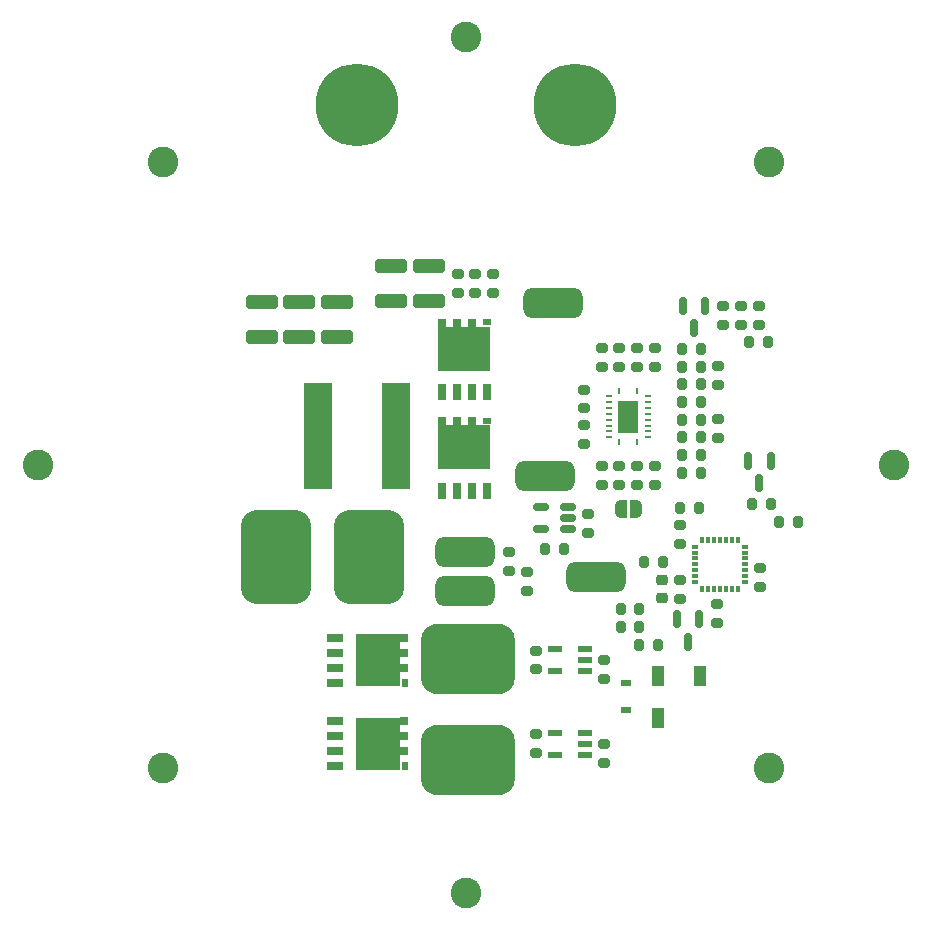
<source format=gts>
G04 #@! TF.GenerationSoftware,KiCad,Pcbnew,8.0.4*
G04 #@! TF.CreationDate,2025-04-17T01:05:08+02:00*
G04 #@! TF.ProjectId,buck_mcu_stage,6275636b-5f6d-4637-955f-73746167652e,rev?*
G04 #@! TF.SameCoordinates,Original*
G04 #@! TF.FileFunction,Soldermask,Top*
G04 #@! TF.FilePolarity,Negative*
%FSLAX46Y46*%
G04 Gerber Fmt 4.6, Leading zero omitted, Abs format (unit mm)*
G04 Created by KiCad (PCBNEW 8.0.4) date 2025-04-17 01:05:08*
%MOMM*%
%LPD*%
G01*
G04 APERTURE LIST*
G04 Aperture macros list*
%AMRoundRect*
0 Rectangle with rounded corners*
0 $1 Rounding radius*
0 $2 $3 $4 $5 $6 $7 $8 $9 X,Y pos of 4 corners*
0 Add a 4 corners polygon primitive as box body*
4,1,4,$2,$3,$4,$5,$6,$7,$8,$9,$2,$3,0*
0 Add four circle primitives for the rounded corners*
1,1,$1+$1,$2,$3*
1,1,$1+$1,$4,$5*
1,1,$1+$1,$6,$7*
1,1,$1+$1,$8,$9*
0 Add four rect primitives between the rounded corners*
20,1,$1+$1,$2,$3,$4,$5,0*
20,1,$1+$1,$4,$5,$6,$7,0*
20,1,$1+$1,$6,$7,$8,$9,0*
20,1,$1+$1,$8,$9,$2,$3,0*%
%AMFreePoly0*
4,1,19,0.500000,-0.750000,0.000000,-0.750000,0.000000,-0.744911,-0.071157,-0.744911,-0.207708,-0.704816,-0.327430,-0.627875,-0.420627,-0.520320,-0.479746,-0.390866,-0.500000,-0.250000,-0.500000,0.250000,-0.479746,0.390866,-0.420627,0.520320,-0.327430,0.627875,-0.207708,0.704816,-0.071157,0.744911,0.000000,0.744911,0.000000,0.750000,0.500000,0.750000,0.500000,-0.750000,0.500000,-0.750000,
$1*%
%AMFreePoly1*
4,1,19,0.000000,0.744911,0.071157,0.744911,0.207708,0.704816,0.327430,0.627875,0.420627,0.520320,0.479746,0.390866,0.500000,0.250000,0.500000,-0.250000,0.479746,-0.390866,0.420627,-0.520320,0.327430,-0.627875,0.207708,-0.704816,0.071157,-0.744911,0.000000,-0.744911,0.000000,-0.750000,-0.500000,-0.750000,-0.500000,0.750000,0.000000,0.750000,0.000000,0.744911,0.000000,0.744911,
$1*%
G04 Aperture macros list end*
%ADD10RoundRect,0.200000X-0.275000X0.200000X-0.275000X-0.200000X0.275000X-0.200000X0.275000X0.200000X0*%
%ADD11RoundRect,0.150000X-0.150000X0.587500X-0.150000X-0.587500X0.150000X-0.587500X0.150000X0.587500X0*%
%ADD12R,1.372000X0.710000*%
%ADD13R,0.595000X0.710000*%
%ADD14R,0.656000X0.710000*%
%ADD15R,3.850000X4.520000*%
%ADD16RoundRect,1.500000X2.500000X-1.500000X2.500000X1.500000X-2.500000X1.500000X-2.500000X-1.500000X0*%
%ADD17RoundRect,0.200000X0.275000X-0.200000X0.275000X0.200000X-0.275000X0.200000X-0.275000X-0.200000X0*%
%ADD18C,7.000000*%
%ADD19RoundRect,0.250000X1.100000X-0.325000X1.100000X0.325000X-1.100000X0.325000X-1.100000X-0.325000X0*%
%ADD20RoundRect,1.500000X-1.500000X-2.500000X1.500000X-2.500000X1.500000X2.500000X-1.500000X2.500000X0*%
%ADD21RoundRect,0.200000X-0.200000X-0.275000X0.200000X-0.275000X0.200000X0.275000X-0.200000X0.275000X0*%
%ADD22R,0.250000X0.600000*%
%ADD23R,0.600000X0.250000*%
%ADD24R,1.700000X2.700000*%
%ADD25RoundRect,0.200000X0.200000X0.275000X-0.200000X0.275000X-0.200000X-0.275000X0.200000X-0.275000X0*%
%ADD26R,0.710000X1.372000*%
%ADD27R,0.710000X0.595000*%
%ADD28R,0.710000X0.656000*%
%ADD29R,4.520000X3.850000*%
%ADD30RoundRect,0.625000X1.875000X-0.625000X1.875000X0.625000X-1.875000X0.625000X-1.875000X-0.625000X0*%
%ADD31RoundRect,0.625000X-1.875000X0.625000X-1.875000X-0.625000X1.875000X-0.625000X1.875000X0.625000X0*%
%ADD32RoundRect,1.500000X1.500000X2.500000X-1.500000X2.500000X-1.500000X-2.500000X1.500000X-2.500000X0*%
%ADD33R,2.380000X9.000000*%
%ADD34RoundRect,0.218750X0.256250X-0.218750X0.256250X0.218750X-0.256250X0.218750X-0.256250X-0.218750X0*%
%ADD35R,0.830000X0.630000*%
%ADD36R,1.200000X0.600000*%
%ADD37R,1.000000X1.700000*%
%ADD38RoundRect,0.150000X0.512500X0.150000X-0.512500X0.150000X-0.512500X-0.150000X0.512500X-0.150000X0*%
%ADD39R,0.600000X0.300000*%
%ADD40R,0.300000X0.600000*%
%ADD41FreePoly0,180.000000*%
%ADD42FreePoly1,180.000000*%
%ADD43C,2.600000*%
G04 APERTURE END LIST*
D10*
X164500000Y-90100000D03*
X164500000Y-91700000D03*
D11*
X175800000Y-99650000D03*
X173900000Y-99650000D03*
X174850000Y-101525000D03*
D10*
X161700000Y-123600000D03*
X161700000Y-125200000D03*
D12*
X138894000Y-124235000D03*
X138894000Y-122965000D03*
X138894000Y-121695000D03*
X138894000Y-125505000D03*
D13*
X144822500Y-125505000D03*
D14*
X144792000Y-124235000D03*
X144792000Y-122965000D03*
X144792000Y-121695001D03*
D15*
X142600000Y-123600000D03*
D16*
X150200000Y-116400000D03*
D17*
X152300000Y-85400000D03*
X152300000Y-83800000D03*
D18*
X159250000Y-69504000D03*
D10*
X161700000Y-116500000D03*
X161700000Y-118100000D03*
D19*
X146900000Y-86075000D03*
X146900000Y-83125000D03*
D17*
X164500000Y-101700000D03*
X164500000Y-100100000D03*
D20*
X141800000Y-107800000D03*
D21*
X168300000Y-90150000D03*
X169900000Y-90150000D03*
X165100000Y-108200000D03*
X166700000Y-108200000D03*
D22*
X164500000Y-98050000D03*
D23*
X165400000Y-97650000D03*
X165400000Y-97150000D03*
X165400000Y-96650000D03*
X165400000Y-96150000D03*
X165400000Y-95650000D03*
X165400000Y-95150000D03*
X165400000Y-94650000D03*
X165400000Y-94150000D03*
D22*
X164500000Y-93750000D03*
X163000000Y-93750000D03*
D23*
X162100000Y-94150000D03*
X162100000Y-94650000D03*
X162100000Y-95150000D03*
X162100000Y-95650000D03*
X162100000Y-96150000D03*
X162100000Y-96650000D03*
X162100000Y-97150000D03*
X162100000Y-97650000D03*
D22*
X163000000Y-98050000D03*
D24*
X163750000Y-95900000D03*
D10*
X160300000Y-104150000D03*
X160300000Y-105750000D03*
X160000000Y-96600000D03*
X160000000Y-98200000D03*
X166000000Y-100100000D03*
X166000000Y-101700000D03*
D12*
X138894000Y-117135000D03*
X138894000Y-115865000D03*
X138894000Y-114595000D03*
X138894000Y-118405000D03*
D13*
X144822500Y-118405000D03*
D14*
X144792000Y-117135000D03*
X144792000Y-115865000D03*
X144792000Y-114595001D03*
D15*
X142600000Y-116500000D03*
D19*
X143700000Y-86075000D03*
X143700000Y-83125000D03*
D17*
X153650000Y-108950000D03*
X153650000Y-107350000D03*
D10*
X171300000Y-111750000D03*
X171300000Y-113350000D03*
D21*
X174200000Y-103300000D03*
X175800000Y-103300000D03*
D17*
X174800000Y-88100000D03*
X174800000Y-86500000D03*
D10*
X166000000Y-90100000D03*
X166000000Y-91700000D03*
D25*
X169900000Y-91650000D03*
X168300000Y-91650000D03*
D19*
X132700000Y-89175000D03*
X132700000Y-86225000D03*
D26*
X150500000Y-102198000D03*
X149230000Y-102198000D03*
X147960000Y-102198000D03*
X151770000Y-102198000D03*
D27*
X151770000Y-96269500D03*
D28*
X150500000Y-96300000D03*
X149230000Y-96300000D03*
X147960000Y-96300000D03*
D29*
X149865000Y-98492000D03*
D19*
X139100000Y-89175000D03*
X139100000Y-86225000D03*
D30*
X161050000Y-109500000D03*
D31*
X157380000Y-86280000D03*
D17*
X149300000Y-85400000D03*
X149300000Y-83800000D03*
D32*
X133900000Y-107800000D03*
D33*
X144100000Y-97500000D03*
X137450000Y-97500000D03*
D34*
X166600000Y-111287500D03*
X166600000Y-109712500D03*
D35*
X163550000Y-118485000D03*
X163550000Y-120715000D03*
D21*
X168300000Y-94650000D03*
X169900000Y-94650000D03*
D10*
X168100000Y-105100000D03*
X168100000Y-106700000D03*
D17*
X161500000Y-91700000D03*
X161500000Y-90100000D03*
D36*
X160050000Y-117450000D03*
X160050000Y-116500000D03*
X160050000Y-115550000D03*
X157550000Y-115550000D03*
X157550000Y-117450000D03*
D25*
X164700000Y-112200000D03*
X163100000Y-112200000D03*
D10*
X155900000Y-115700000D03*
X155900000Y-117300000D03*
D37*
X166300000Y-117850000D03*
X166300000Y-121450000D03*
X169800000Y-117850000D03*
D10*
X155200000Y-109050000D03*
X155200000Y-110650000D03*
D21*
X168300000Y-100650000D03*
X169900000Y-100650000D03*
X168300000Y-96150000D03*
X169900000Y-96150000D03*
D25*
X158300000Y-107075000D03*
X156700000Y-107075000D03*
D31*
X149950000Y-110650000D03*
D10*
X173300000Y-86500000D03*
X173300000Y-88100000D03*
D25*
X169900000Y-93150000D03*
X168300000Y-93150000D03*
D21*
X163100000Y-113700000D03*
X164700000Y-113700000D03*
D38*
X158637500Y-105420000D03*
X158637500Y-104470000D03*
X158637500Y-103520000D03*
X156362500Y-103520000D03*
X156362500Y-105420000D03*
D17*
X171350000Y-93200000D03*
X171350000Y-91600000D03*
D36*
X160050000Y-124550000D03*
X160050000Y-123600000D03*
X160050000Y-122650000D03*
X157550000Y-122650000D03*
X157550000Y-124550000D03*
D19*
X135900000Y-89175000D03*
X135900000Y-86225000D03*
D26*
X150500000Y-93834000D03*
X149230000Y-93834000D03*
X147960000Y-93834000D03*
X151770000Y-93834000D03*
D27*
X151770000Y-87905500D03*
D28*
X150500000Y-87936000D03*
X149230000Y-87936000D03*
X147960000Y-87936000D03*
D29*
X149865000Y-90128000D03*
D39*
X169400000Y-106900000D03*
X169400000Y-107400000D03*
X169400000Y-107900000D03*
X169400000Y-108400000D03*
X169400000Y-108900000D03*
X169400000Y-109400000D03*
X169400000Y-109900000D03*
D40*
X170000000Y-110500000D03*
X170500000Y-110500000D03*
X171000000Y-110500000D03*
X171500000Y-110500000D03*
X172000000Y-110500000D03*
X172500000Y-110500000D03*
X173000000Y-110500000D03*
D39*
X173600000Y-109900000D03*
X173600000Y-109400000D03*
X173600000Y-108900000D03*
X173600000Y-108400000D03*
X173600000Y-107900000D03*
X173600000Y-107400000D03*
X173600000Y-106900000D03*
D40*
X173000000Y-106300000D03*
X172500000Y-106300000D03*
X172000000Y-106300000D03*
X171500000Y-106300000D03*
X171000000Y-106300000D03*
X170500000Y-106300000D03*
X170000000Y-106300000D03*
D17*
X163000000Y-101700000D03*
X163000000Y-100100000D03*
D21*
X174000000Y-89600000D03*
X175600000Y-89600000D03*
D18*
X140750000Y-69504000D03*
D21*
X168300000Y-97650000D03*
X169900000Y-97650000D03*
D30*
X149900000Y-107350000D03*
D41*
X164400000Y-103700000D03*
D42*
X163100000Y-103700000D03*
D17*
X163000000Y-91700000D03*
X163000000Y-90100000D03*
D11*
X169750000Y-113062500D03*
X167850000Y-113062500D03*
X168800000Y-114937500D03*
D21*
X168300000Y-99150000D03*
X169900000Y-99150000D03*
D30*
X156700000Y-100900000D03*
D25*
X169700000Y-103600000D03*
X168100000Y-103600000D03*
D17*
X168100000Y-111300000D03*
X168100000Y-109700000D03*
D16*
X150200000Y-125000000D03*
D17*
X160000000Y-95200000D03*
X160000000Y-93600000D03*
D10*
X155900000Y-122800000D03*
X155900000Y-124400000D03*
D17*
X171800000Y-88100000D03*
X171800000Y-86500000D03*
X161500000Y-101700000D03*
X161500000Y-100100000D03*
X171350000Y-97700000D03*
X171350000Y-96100000D03*
D25*
X178100000Y-104800000D03*
X176500000Y-104800000D03*
D17*
X174900000Y-110300000D03*
X174900000Y-108700000D03*
D21*
X164700000Y-115200000D03*
X166300000Y-115200000D03*
D11*
X170250000Y-86525000D03*
X168350000Y-86525000D03*
X169300000Y-88400000D03*
D17*
X150800000Y-85400000D03*
X150800000Y-83800000D03*
D43*
X113737000Y-100000000D03*
X150000000Y-63737000D03*
X124358000Y-74359000D03*
X186263000Y-100000000D03*
X150000000Y-136263000D03*
X175641000Y-125641000D03*
X124359000Y-125641000D03*
X175641000Y-74359000D03*
M02*

</source>
